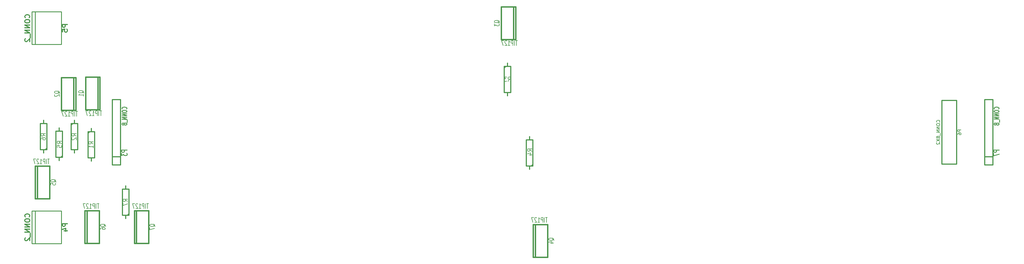
<source format=gbo>
G04 (created by PCBNEW (2013-07-07 BZR 4022)-stable) date 3/3/2015 12:04:11 PM*
%MOIN*%
G04 Gerber Fmt 3.4, Leading zero omitted, Abs format*
%FSLAX34Y34*%
G01*
G70*
G90*
G04 APERTURE LIST*
%ADD10C,0.00590551*%
%ADD11C,0.012*%
%ADD12C,0.01*%
%ADD13C,0.015*%
%ADD14C,0.0107*%
%ADD15C,0.008*%
G04 APERTURE END LIST*
G54D10*
G54D11*
X34976Y-52909D02*
X34976Y-44909D01*
X34976Y-44909D02*
X33976Y-44909D01*
X33976Y-44909D02*
X33976Y-52909D01*
X33976Y-52909D02*
X34976Y-52909D01*
X33976Y-51909D02*
X34976Y-51909D01*
X31393Y-48433D02*
X31393Y-48833D01*
X31393Y-48833D02*
X30993Y-48833D01*
X30993Y-48833D02*
X30993Y-52033D01*
X30993Y-52033D02*
X31793Y-52033D01*
X31793Y-52033D02*
X31793Y-48833D01*
X31793Y-48833D02*
X31393Y-48833D01*
X31193Y-48833D02*
X30993Y-49033D01*
X31393Y-52433D02*
X31393Y-52033D01*
X29330Y-47456D02*
X29330Y-47856D01*
X29330Y-47856D02*
X28930Y-47856D01*
X28930Y-47856D02*
X28930Y-51056D01*
X28930Y-51056D02*
X29730Y-51056D01*
X29730Y-51056D02*
X29730Y-47856D01*
X29730Y-47856D02*
X29330Y-47856D01*
X29130Y-47856D02*
X28930Y-48056D01*
X29330Y-51456D02*
X29330Y-51056D01*
X82251Y-40456D02*
X82251Y-40856D01*
X82251Y-40856D02*
X81851Y-40856D01*
X81851Y-40856D02*
X81851Y-44056D01*
X81851Y-44056D02*
X82651Y-44056D01*
X82651Y-44056D02*
X82651Y-40856D01*
X82651Y-40856D02*
X82251Y-40856D01*
X82051Y-40856D02*
X81851Y-41056D01*
X82251Y-44456D02*
X82251Y-44056D01*
X84976Y-53433D02*
X84976Y-53033D01*
X84976Y-53033D02*
X85376Y-53033D01*
X85376Y-53033D02*
X85376Y-49833D01*
X85376Y-49833D02*
X84576Y-49833D01*
X84576Y-49833D02*
X84576Y-53033D01*
X84576Y-53033D02*
X84976Y-53033D01*
X85176Y-53033D02*
X85376Y-52833D01*
X84976Y-49433D02*
X84976Y-49833D01*
X27476Y-52366D02*
X27476Y-51966D01*
X27476Y-51966D02*
X27876Y-51966D01*
X27876Y-51966D02*
X27876Y-48766D01*
X27876Y-48766D02*
X27076Y-48766D01*
X27076Y-48766D02*
X27076Y-51966D01*
X27076Y-51966D02*
X27476Y-51966D01*
X27676Y-51966D02*
X27876Y-51766D01*
X27476Y-48366D02*
X27476Y-48766D01*
X25562Y-51456D02*
X25562Y-51056D01*
X25562Y-51056D02*
X25962Y-51056D01*
X25962Y-51056D02*
X25962Y-47856D01*
X25962Y-47856D02*
X25162Y-47856D01*
X25162Y-47856D02*
X25162Y-51056D01*
X25162Y-51056D02*
X25562Y-51056D01*
X25762Y-51056D02*
X25962Y-50856D01*
X25562Y-47456D02*
X25562Y-47856D01*
X35600Y-59475D02*
X35600Y-59075D01*
X35600Y-59075D02*
X36000Y-59075D01*
X36000Y-59075D02*
X36000Y-55875D01*
X36000Y-55875D02*
X35200Y-55875D01*
X35200Y-55875D02*
X35200Y-59075D01*
X35200Y-59075D02*
X35600Y-59075D01*
X35800Y-59075D02*
X36000Y-58875D01*
X35600Y-55475D02*
X35600Y-55875D01*
X141582Y-52905D02*
X141582Y-44905D01*
X141582Y-44905D02*
X140582Y-44905D01*
X140582Y-44905D02*
X140582Y-52905D01*
X140582Y-52905D02*
X141582Y-52905D01*
X140582Y-51905D02*
X141582Y-51905D01*
X135348Y-52809D02*
X137148Y-52809D01*
X137148Y-52809D02*
X137148Y-45009D01*
X137148Y-45009D02*
X135348Y-45009D01*
X135348Y-45009D02*
X135348Y-52809D01*
G54D12*
X27425Y-58551D02*
X27725Y-58551D01*
X27725Y-58551D02*
X27725Y-62551D01*
X27725Y-62551D02*
X27425Y-62551D01*
X24125Y-58551D02*
X24125Y-62551D01*
X24125Y-62551D02*
X24525Y-62551D01*
X24525Y-62551D02*
X24525Y-58551D01*
X24525Y-58551D02*
X24125Y-58551D01*
X24425Y-58551D02*
X27425Y-58551D01*
X27425Y-62551D02*
X24425Y-62551D01*
X27425Y-34161D02*
X27725Y-34161D01*
X27725Y-34161D02*
X27725Y-38161D01*
X27725Y-38161D02*
X27425Y-38161D01*
X24125Y-34161D02*
X24125Y-38161D01*
X24125Y-38161D02*
X24525Y-38161D01*
X24525Y-38161D02*
X24525Y-34161D01*
X24525Y-34161D02*
X24125Y-34161D01*
X24425Y-34161D02*
X27425Y-34161D01*
X27425Y-38161D02*
X24425Y-38161D01*
G54D13*
X32190Y-46145D02*
X32440Y-46145D01*
X32440Y-46145D02*
X32440Y-42145D01*
X32440Y-42145D02*
X32190Y-42145D01*
X30690Y-46145D02*
X32190Y-46145D01*
X32190Y-46145D02*
X32190Y-42145D01*
X32190Y-42145D02*
X30690Y-42145D01*
X30690Y-42145D02*
X30690Y-46145D01*
X83001Y-37551D02*
X83251Y-37551D01*
X83251Y-37551D02*
X83251Y-33551D01*
X83251Y-33551D02*
X83001Y-33551D01*
X81501Y-37551D02*
X83001Y-37551D01*
X83001Y-37551D02*
X83001Y-33551D01*
X83001Y-33551D02*
X81501Y-33551D01*
X81501Y-33551D02*
X81501Y-37551D01*
X29238Y-46196D02*
X29488Y-46196D01*
X29488Y-46196D02*
X29488Y-42196D01*
X29488Y-42196D02*
X29238Y-42196D01*
X27738Y-46196D02*
X29238Y-46196D01*
X29238Y-46196D02*
X29238Y-42196D01*
X29238Y-42196D02*
X27738Y-42196D01*
X27738Y-42196D02*
X27738Y-46196D01*
X85650Y-60200D02*
X85400Y-60200D01*
X85400Y-60200D02*
X85400Y-64200D01*
X85400Y-64200D02*
X85650Y-64200D01*
X87150Y-60200D02*
X85650Y-60200D01*
X85650Y-60200D02*
X85650Y-64200D01*
X85650Y-64200D02*
X87150Y-64200D01*
X87150Y-64200D02*
X87150Y-60200D01*
X24793Y-53043D02*
X24543Y-53043D01*
X24543Y-53043D02*
X24543Y-57043D01*
X24543Y-57043D02*
X24793Y-57043D01*
X26293Y-53043D02*
X24793Y-53043D01*
X24793Y-53043D02*
X24793Y-57043D01*
X24793Y-57043D02*
X26293Y-57043D01*
X26293Y-57043D02*
X26293Y-53043D01*
X30850Y-58500D02*
X30600Y-58500D01*
X30600Y-58500D02*
X30600Y-62500D01*
X30600Y-62500D02*
X30850Y-62500D01*
X32350Y-58500D02*
X30850Y-58500D01*
X30850Y-58500D02*
X30850Y-62500D01*
X30850Y-62500D02*
X32350Y-62500D01*
X32350Y-62500D02*
X32350Y-58500D01*
X36900Y-58500D02*
X36650Y-58500D01*
X36650Y-58500D02*
X36650Y-62500D01*
X36650Y-62500D02*
X36900Y-62500D01*
X38400Y-58500D02*
X36900Y-58500D01*
X36900Y-58500D02*
X36900Y-62500D01*
X36900Y-62500D02*
X38400Y-62500D01*
X38400Y-62500D02*
X38400Y-58500D01*
G54D14*
X35752Y-51093D02*
X35071Y-51093D01*
X35071Y-51256D01*
X35103Y-51297D01*
X35135Y-51317D01*
X35200Y-51338D01*
X35298Y-51338D01*
X35362Y-51317D01*
X35395Y-51297D01*
X35427Y-51256D01*
X35427Y-51093D01*
X35071Y-51480D02*
X35071Y-51745D01*
X35330Y-51603D01*
X35330Y-51664D01*
X35362Y-51704D01*
X35395Y-51725D01*
X35460Y-51745D01*
X35622Y-51745D01*
X35687Y-51725D01*
X35719Y-51704D01*
X35752Y-51664D01*
X35752Y-51541D01*
X35719Y-51501D01*
X35687Y-51480D01*
G54D11*
G54D12*
X35662Y-46061D02*
X35690Y-46042D01*
X35719Y-45985D01*
X35719Y-45947D01*
X35690Y-45890D01*
X35633Y-45852D01*
X35576Y-45833D01*
X35462Y-45814D01*
X35376Y-45814D01*
X35262Y-45833D01*
X35204Y-45852D01*
X35147Y-45890D01*
X35119Y-45947D01*
X35119Y-45985D01*
X35147Y-46042D01*
X35176Y-46061D01*
X35119Y-46309D02*
X35119Y-46385D01*
X35147Y-46423D01*
X35204Y-46461D01*
X35319Y-46480D01*
X35519Y-46480D01*
X35633Y-46461D01*
X35690Y-46423D01*
X35719Y-46385D01*
X35719Y-46309D01*
X35690Y-46271D01*
X35633Y-46233D01*
X35519Y-46214D01*
X35319Y-46214D01*
X35204Y-46233D01*
X35147Y-46271D01*
X35119Y-46309D01*
X35719Y-46652D02*
X35119Y-46652D01*
X35719Y-46880D01*
X35119Y-46880D01*
X35719Y-47071D02*
X35119Y-47071D01*
X35719Y-47299D01*
X35119Y-47299D01*
X35776Y-47395D02*
X35776Y-47699D01*
X35376Y-47852D02*
X35347Y-47814D01*
X35319Y-47795D01*
X35262Y-47776D01*
X35233Y-47776D01*
X35176Y-47795D01*
X35147Y-47814D01*
X35119Y-47852D01*
X35119Y-47928D01*
X35147Y-47966D01*
X35176Y-47985D01*
X35233Y-48004D01*
X35262Y-48004D01*
X35319Y-47985D01*
X35347Y-47966D01*
X35376Y-47928D01*
X35376Y-47852D01*
X35404Y-47814D01*
X35433Y-47795D01*
X35490Y-47776D01*
X35604Y-47776D01*
X35662Y-47795D01*
X35690Y-47814D01*
X35719Y-47852D01*
X35719Y-47928D01*
X35690Y-47966D01*
X35662Y-47985D01*
X35604Y-48004D01*
X35490Y-48004D01*
X35433Y-47985D01*
X35404Y-47966D01*
X35376Y-47928D01*
G54D11*
G54D15*
X31616Y-50349D02*
X31354Y-50183D01*
X31616Y-50064D02*
X31066Y-50064D01*
X31066Y-50254D01*
X31092Y-50302D01*
X31118Y-50325D01*
X31171Y-50349D01*
X31249Y-50349D01*
X31302Y-50325D01*
X31328Y-50302D01*
X31354Y-50254D01*
X31354Y-50064D01*
X31616Y-50825D02*
X31616Y-50540D01*
X31616Y-50683D02*
X31066Y-50683D01*
X31144Y-50635D01*
X31197Y-50587D01*
X31223Y-50540D01*
X29553Y-49373D02*
X29291Y-49206D01*
X29553Y-49087D02*
X29003Y-49087D01*
X29003Y-49278D01*
X29029Y-49325D01*
X29055Y-49349D01*
X29108Y-49373D01*
X29186Y-49373D01*
X29239Y-49349D01*
X29265Y-49325D01*
X29291Y-49278D01*
X29291Y-49087D01*
X29055Y-49563D02*
X29029Y-49587D01*
X29003Y-49635D01*
X29003Y-49754D01*
X29029Y-49801D01*
X29055Y-49825D01*
X29108Y-49849D01*
X29160Y-49849D01*
X29239Y-49825D01*
X29553Y-49540D01*
X29553Y-49849D01*
X82335Y-42679D02*
X82501Y-42417D01*
X82621Y-42679D02*
X82621Y-42129D01*
X82430Y-42129D01*
X82382Y-42155D01*
X82359Y-42181D01*
X82335Y-42234D01*
X82335Y-42312D01*
X82359Y-42365D01*
X82382Y-42391D01*
X82430Y-42417D01*
X82621Y-42417D01*
X82168Y-42129D02*
X81859Y-42129D01*
X82025Y-42338D01*
X81954Y-42338D01*
X81906Y-42365D01*
X81882Y-42391D01*
X81859Y-42443D01*
X81859Y-42574D01*
X81882Y-42626D01*
X81906Y-42653D01*
X81954Y-42679D01*
X82097Y-42679D01*
X82144Y-42653D01*
X82168Y-42626D01*
X85265Y-51239D02*
X85004Y-51072D01*
X85265Y-50953D02*
X84715Y-50953D01*
X84715Y-51144D01*
X84742Y-51191D01*
X84768Y-51215D01*
X84820Y-51239D01*
X84899Y-51239D01*
X84951Y-51215D01*
X84977Y-51191D01*
X85004Y-51144D01*
X85004Y-50953D01*
X84899Y-51668D02*
X85265Y-51668D01*
X84689Y-51549D02*
X85082Y-51429D01*
X85082Y-51739D01*
X27767Y-50312D02*
X27505Y-50145D01*
X27767Y-50026D02*
X27217Y-50026D01*
X27217Y-50217D01*
X27244Y-50264D01*
X27270Y-50288D01*
X27322Y-50312D01*
X27401Y-50312D01*
X27453Y-50288D01*
X27479Y-50264D01*
X27505Y-50217D01*
X27505Y-50026D01*
X27217Y-50764D02*
X27217Y-50526D01*
X27479Y-50502D01*
X27453Y-50526D01*
X27427Y-50574D01*
X27427Y-50693D01*
X27453Y-50740D01*
X27479Y-50764D01*
X27532Y-50788D01*
X27663Y-50788D01*
X27715Y-50764D01*
X27741Y-50740D01*
X27767Y-50693D01*
X27767Y-50574D01*
X27741Y-50526D01*
X27715Y-50502D01*
X25785Y-49373D02*
X25523Y-49206D01*
X25785Y-49087D02*
X25235Y-49087D01*
X25235Y-49278D01*
X25261Y-49325D01*
X25287Y-49349D01*
X25340Y-49373D01*
X25418Y-49373D01*
X25471Y-49349D01*
X25497Y-49325D01*
X25523Y-49278D01*
X25523Y-49087D01*
X25235Y-49801D02*
X25235Y-49706D01*
X25261Y-49659D01*
X25287Y-49635D01*
X25366Y-49587D01*
X25471Y-49563D01*
X25680Y-49563D01*
X25733Y-49587D01*
X25759Y-49611D01*
X25785Y-49659D01*
X25785Y-49754D01*
X25759Y-49801D01*
X25733Y-49825D01*
X25680Y-49849D01*
X25549Y-49849D01*
X25497Y-49825D01*
X25471Y-49801D01*
X25445Y-49754D01*
X25445Y-49659D01*
X25471Y-49611D01*
X25497Y-49587D01*
X25549Y-49563D01*
X35822Y-57391D02*
X35560Y-57225D01*
X35822Y-57105D02*
X35272Y-57105D01*
X35272Y-57296D01*
X35298Y-57344D01*
X35325Y-57367D01*
X35377Y-57391D01*
X35455Y-57391D01*
X35508Y-57367D01*
X35534Y-57344D01*
X35560Y-57296D01*
X35560Y-57105D01*
X35272Y-57558D02*
X35272Y-57891D01*
X35822Y-57677D01*
G54D14*
X142358Y-51089D02*
X141677Y-51089D01*
X141677Y-51252D01*
X141709Y-51293D01*
X141742Y-51313D01*
X141807Y-51334D01*
X141904Y-51334D01*
X141969Y-51313D01*
X142001Y-51293D01*
X142034Y-51252D01*
X142034Y-51089D01*
X141677Y-51476D02*
X141677Y-51762D01*
X142358Y-51578D01*
G54D11*
G54D12*
X142268Y-46057D02*
X142296Y-46038D01*
X142325Y-45981D01*
X142325Y-45943D01*
X142296Y-45886D01*
X142239Y-45848D01*
X142182Y-45829D01*
X142068Y-45810D01*
X141982Y-45810D01*
X141868Y-45829D01*
X141811Y-45848D01*
X141754Y-45886D01*
X141725Y-45943D01*
X141725Y-45981D01*
X141754Y-46038D01*
X141782Y-46057D01*
X141725Y-46305D02*
X141725Y-46381D01*
X141754Y-46419D01*
X141811Y-46457D01*
X141925Y-46476D01*
X142125Y-46476D01*
X142239Y-46457D01*
X142296Y-46419D01*
X142325Y-46381D01*
X142325Y-46305D01*
X142296Y-46267D01*
X142239Y-46229D01*
X142125Y-46210D01*
X141925Y-46210D01*
X141811Y-46229D01*
X141754Y-46267D01*
X141725Y-46305D01*
X142325Y-46648D02*
X141725Y-46648D01*
X142325Y-46876D01*
X141725Y-46876D01*
X142325Y-47067D02*
X141725Y-47067D01*
X142325Y-47295D01*
X141725Y-47295D01*
X142382Y-47391D02*
X142382Y-47695D01*
X141982Y-47848D02*
X141954Y-47810D01*
X141925Y-47791D01*
X141868Y-47772D01*
X141839Y-47772D01*
X141782Y-47791D01*
X141754Y-47810D01*
X141725Y-47848D01*
X141725Y-47924D01*
X141754Y-47962D01*
X141782Y-47981D01*
X141839Y-48000D01*
X141868Y-48000D01*
X141925Y-47981D01*
X141954Y-47962D01*
X141982Y-47924D01*
X141982Y-47848D01*
X142011Y-47810D01*
X142039Y-47791D01*
X142096Y-47772D01*
X142211Y-47772D01*
X142268Y-47791D01*
X142296Y-47810D01*
X142325Y-47848D01*
X142325Y-47924D01*
X142296Y-47962D01*
X142268Y-47981D01*
X142211Y-48000D01*
X142096Y-48000D01*
X142039Y-47981D01*
X142011Y-47962D01*
X141982Y-47924D01*
G54D11*
G54D15*
X137709Y-48614D02*
X137309Y-48614D01*
X137309Y-48766D01*
X137328Y-48804D01*
X137348Y-48823D01*
X137386Y-48842D01*
X137443Y-48842D01*
X137481Y-48823D01*
X137500Y-48804D01*
X137519Y-48766D01*
X137519Y-48614D01*
X137309Y-49185D02*
X137309Y-49109D01*
X137328Y-49071D01*
X137348Y-49052D01*
X137405Y-49014D01*
X137481Y-48995D01*
X137633Y-48995D01*
X137671Y-49014D01*
X137690Y-49033D01*
X137709Y-49071D01*
X137709Y-49147D01*
X137690Y-49185D01*
X137671Y-49204D01*
X137633Y-49223D01*
X137538Y-49223D01*
X137500Y-49204D01*
X137481Y-49185D01*
X137462Y-49147D01*
X137462Y-49071D01*
X137481Y-49033D01*
X137500Y-49014D01*
X137538Y-48995D01*
X135071Y-47680D02*
X135090Y-47661D01*
X135109Y-47604D01*
X135109Y-47566D01*
X135090Y-47509D01*
X135052Y-47471D01*
X135014Y-47452D01*
X134938Y-47433D01*
X134881Y-47433D01*
X134805Y-47452D01*
X134767Y-47471D01*
X134728Y-47509D01*
X134709Y-47566D01*
X134709Y-47604D01*
X134728Y-47661D01*
X134748Y-47680D01*
X134709Y-47928D02*
X134709Y-48004D01*
X134728Y-48042D01*
X134767Y-48080D01*
X134843Y-48099D01*
X134976Y-48099D01*
X135052Y-48080D01*
X135090Y-48042D01*
X135109Y-48004D01*
X135109Y-47928D01*
X135090Y-47890D01*
X135052Y-47852D01*
X134976Y-47833D01*
X134843Y-47833D01*
X134767Y-47852D01*
X134728Y-47890D01*
X134709Y-47928D01*
X135109Y-48271D02*
X134709Y-48271D01*
X135109Y-48499D01*
X134709Y-48499D01*
X135109Y-48690D02*
X134709Y-48690D01*
X135109Y-48918D01*
X134709Y-48918D01*
X135148Y-49014D02*
X135148Y-49318D01*
X134881Y-49471D02*
X134862Y-49433D01*
X134843Y-49414D01*
X134805Y-49395D01*
X134786Y-49395D01*
X134748Y-49414D01*
X134728Y-49433D01*
X134709Y-49471D01*
X134709Y-49547D01*
X134728Y-49585D01*
X134748Y-49604D01*
X134786Y-49623D01*
X134805Y-49623D01*
X134843Y-49604D01*
X134862Y-49585D01*
X134881Y-49547D01*
X134881Y-49471D01*
X134900Y-49433D01*
X134919Y-49414D01*
X134957Y-49395D01*
X135033Y-49395D01*
X135071Y-49414D01*
X135090Y-49433D01*
X135109Y-49471D01*
X135109Y-49547D01*
X135090Y-49585D01*
X135071Y-49604D01*
X135033Y-49623D01*
X134957Y-49623D01*
X134919Y-49604D01*
X134900Y-49585D01*
X134881Y-49547D01*
X134709Y-49757D02*
X135109Y-50023D01*
X134709Y-50023D02*
X135109Y-49757D01*
X134748Y-50157D02*
X134728Y-50176D01*
X134709Y-50214D01*
X134709Y-50309D01*
X134728Y-50347D01*
X134748Y-50366D01*
X134786Y-50385D01*
X134824Y-50385D01*
X134881Y-50366D01*
X135109Y-50138D01*
X135109Y-50385D01*
G54D11*
X28468Y-60108D02*
X27868Y-60108D01*
X27868Y-60336D01*
X27896Y-60394D01*
X27925Y-60422D01*
X27982Y-60451D01*
X28068Y-60451D01*
X28125Y-60422D01*
X28153Y-60394D01*
X28182Y-60336D01*
X28182Y-60108D01*
X28068Y-60965D02*
X28468Y-60965D01*
X27839Y-60822D02*
X28268Y-60679D01*
X28268Y-61051D01*
X23810Y-59279D02*
X23839Y-59251D01*
X23868Y-59165D01*
X23868Y-59108D01*
X23839Y-59022D01*
X23782Y-58965D01*
X23725Y-58936D01*
X23610Y-58908D01*
X23525Y-58908D01*
X23410Y-58936D01*
X23353Y-58965D01*
X23296Y-59022D01*
X23268Y-59108D01*
X23268Y-59165D01*
X23296Y-59251D01*
X23325Y-59279D01*
X23268Y-59651D02*
X23268Y-59765D01*
X23296Y-59822D01*
X23353Y-59879D01*
X23468Y-59908D01*
X23668Y-59908D01*
X23782Y-59879D01*
X23839Y-59822D01*
X23868Y-59765D01*
X23868Y-59651D01*
X23839Y-59594D01*
X23782Y-59536D01*
X23668Y-59508D01*
X23468Y-59508D01*
X23353Y-59536D01*
X23296Y-59594D01*
X23268Y-59651D01*
X23868Y-60165D02*
X23268Y-60165D01*
X23868Y-60508D01*
X23268Y-60508D01*
X23868Y-60794D02*
X23268Y-60794D01*
X23868Y-61136D01*
X23268Y-61136D01*
X23925Y-61279D02*
X23925Y-61736D01*
X23325Y-61851D02*
X23296Y-61879D01*
X23268Y-61936D01*
X23268Y-62079D01*
X23296Y-62136D01*
X23325Y-62165D01*
X23382Y-62194D01*
X23439Y-62194D01*
X23525Y-62165D01*
X23868Y-61822D01*
X23868Y-62194D01*
X28468Y-35718D02*
X27868Y-35718D01*
X27868Y-35947D01*
X27896Y-36004D01*
X27925Y-36032D01*
X27982Y-36061D01*
X28068Y-36061D01*
X28125Y-36032D01*
X28153Y-36004D01*
X28182Y-35947D01*
X28182Y-35718D01*
X27868Y-36604D02*
X27868Y-36318D01*
X28153Y-36289D01*
X28125Y-36318D01*
X28096Y-36375D01*
X28096Y-36518D01*
X28125Y-36575D01*
X28153Y-36604D01*
X28210Y-36632D01*
X28353Y-36632D01*
X28410Y-36604D01*
X28439Y-36575D01*
X28468Y-36518D01*
X28468Y-36375D01*
X28439Y-36318D01*
X28410Y-36289D01*
X23810Y-34889D02*
X23839Y-34861D01*
X23868Y-34775D01*
X23868Y-34718D01*
X23839Y-34632D01*
X23782Y-34575D01*
X23725Y-34547D01*
X23610Y-34518D01*
X23525Y-34518D01*
X23410Y-34547D01*
X23353Y-34575D01*
X23296Y-34632D01*
X23268Y-34718D01*
X23268Y-34775D01*
X23296Y-34861D01*
X23325Y-34889D01*
X23268Y-35261D02*
X23268Y-35375D01*
X23296Y-35432D01*
X23353Y-35489D01*
X23468Y-35518D01*
X23668Y-35518D01*
X23782Y-35489D01*
X23839Y-35432D01*
X23868Y-35375D01*
X23868Y-35261D01*
X23839Y-35204D01*
X23782Y-35147D01*
X23668Y-35118D01*
X23468Y-35118D01*
X23353Y-35147D01*
X23296Y-35204D01*
X23268Y-35261D01*
X23868Y-35775D02*
X23268Y-35775D01*
X23868Y-36118D01*
X23268Y-36118D01*
X23868Y-36404D02*
X23268Y-36404D01*
X23868Y-36747D01*
X23268Y-36747D01*
X23925Y-36889D02*
X23925Y-37347D01*
X23325Y-37461D02*
X23296Y-37489D01*
X23268Y-37547D01*
X23268Y-37689D01*
X23296Y-37747D01*
X23325Y-37775D01*
X23382Y-37804D01*
X23439Y-37804D01*
X23525Y-37775D01*
X23868Y-37432D01*
X23868Y-37804D01*
G54D15*
X30490Y-44107D02*
X30462Y-44069D01*
X30405Y-44031D01*
X30319Y-43974D01*
X30290Y-43936D01*
X30290Y-43898D01*
X30433Y-43917D02*
X30405Y-43879D01*
X30348Y-43840D01*
X30233Y-43821D01*
X30033Y-43821D01*
X29919Y-43840D01*
X29862Y-43879D01*
X29833Y-43917D01*
X29833Y-43993D01*
X29862Y-44031D01*
X29919Y-44069D01*
X30033Y-44088D01*
X30233Y-44088D01*
X30348Y-44069D01*
X30405Y-44031D01*
X30433Y-43993D01*
X30433Y-43917D01*
X30433Y-44469D02*
X30433Y-44240D01*
X30433Y-44355D02*
X29833Y-44355D01*
X29919Y-44317D01*
X29976Y-44279D01*
X30005Y-44240D01*
X32671Y-46288D02*
X32443Y-46288D01*
X32557Y-46888D02*
X32557Y-46288D01*
X32309Y-46888D02*
X32309Y-46288D01*
X32119Y-46888D02*
X32119Y-46288D01*
X31967Y-46288D01*
X31929Y-46317D01*
X31909Y-46345D01*
X31890Y-46402D01*
X31890Y-46488D01*
X31909Y-46545D01*
X31929Y-46574D01*
X31967Y-46602D01*
X32119Y-46602D01*
X31509Y-46888D02*
X31738Y-46888D01*
X31624Y-46888D02*
X31624Y-46288D01*
X31662Y-46374D01*
X31700Y-46431D01*
X31738Y-46459D01*
X31357Y-46345D02*
X31338Y-46317D01*
X31300Y-46288D01*
X31205Y-46288D01*
X31167Y-46317D01*
X31148Y-46345D01*
X31129Y-46402D01*
X31129Y-46459D01*
X31148Y-46545D01*
X31376Y-46888D01*
X31129Y-46888D01*
X30995Y-46288D02*
X30729Y-46288D01*
X30900Y-46888D01*
X81301Y-35513D02*
X81273Y-35474D01*
X81216Y-35436D01*
X81130Y-35379D01*
X81101Y-35341D01*
X81101Y-35303D01*
X81244Y-35322D02*
X81216Y-35284D01*
X81159Y-35246D01*
X81044Y-35227D01*
X80844Y-35227D01*
X80730Y-35246D01*
X80673Y-35284D01*
X80644Y-35322D01*
X80644Y-35398D01*
X80673Y-35436D01*
X80730Y-35474D01*
X80844Y-35494D01*
X81044Y-35494D01*
X81159Y-35474D01*
X81216Y-35436D01*
X81244Y-35398D01*
X81244Y-35322D01*
X80644Y-35627D02*
X80644Y-35874D01*
X80873Y-35741D01*
X80873Y-35798D01*
X80901Y-35836D01*
X80930Y-35855D01*
X80987Y-35874D01*
X81130Y-35874D01*
X81187Y-35855D01*
X81216Y-35836D01*
X81244Y-35798D01*
X81244Y-35684D01*
X81216Y-35646D01*
X81187Y-35627D01*
X83482Y-37694D02*
X83254Y-37694D01*
X83368Y-38294D02*
X83368Y-37694D01*
X83121Y-38294D02*
X83121Y-37694D01*
X82930Y-38294D02*
X82930Y-37694D01*
X82778Y-37694D01*
X82740Y-37722D01*
X82721Y-37751D01*
X82701Y-37808D01*
X82701Y-37894D01*
X82721Y-37951D01*
X82740Y-37979D01*
X82778Y-38008D01*
X82930Y-38008D01*
X82321Y-38294D02*
X82549Y-38294D01*
X82435Y-38294D02*
X82435Y-37694D01*
X82473Y-37779D01*
X82511Y-37836D01*
X82549Y-37865D01*
X82168Y-37751D02*
X82149Y-37722D01*
X82111Y-37694D01*
X82016Y-37694D01*
X81978Y-37722D01*
X81959Y-37751D01*
X81940Y-37808D01*
X81940Y-37865D01*
X81959Y-37951D01*
X82187Y-38294D01*
X81940Y-38294D01*
X81806Y-37694D02*
X81540Y-37694D01*
X81711Y-38294D01*
X27538Y-44158D02*
X27509Y-44120D01*
X27452Y-44082D01*
X27366Y-44025D01*
X27338Y-43987D01*
X27338Y-43949D01*
X27481Y-43968D02*
X27452Y-43930D01*
X27395Y-43892D01*
X27281Y-43873D01*
X27081Y-43873D01*
X26966Y-43892D01*
X26909Y-43930D01*
X26881Y-43968D01*
X26881Y-44044D01*
X26909Y-44082D01*
X26966Y-44120D01*
X27081Y-44139D01*
X27281Y-44139D01*
X27395Y-44120D01*
X27452Y-44082D01*
X27481Y-44044D01*
X27481Y-43968D01*
X26938Y-44292D02*
X26909Y-44311D01*
X26881Y-44349D01*
X26881Y-44444D01*
X26909Y-44482D01*
X26938Y-44501D01*
X26995Y-44520D01*
X27052Y-44520D01*
X27138Y-44501D01*
X27481Y-44273D01*
X27481Y-44520D01*
X29719Y-46339D02*
X29490Y-46339D01*
X29604Y-46939D02*
X29604Y-46339D01*
X29357Y-46939D02*
X29357Y-46339D01*
X29166Y-46939D02*
X29166Y-46339D01*
X29014Y-46339D01*
X28976Y-46368D01*
X28957Y-46396D01*
X28938Y-46453D01*
X28938Y-46539D01*
X28957Y-46596D01*
X28976Y-46625D01*
X29014Y-46653D01*
X29166Y-46653D01*
X28557Y-46939D02*
X28785Y-46939D01*
X28671Y-46939D02*
X28671Y-46339D01*
X28709Y-46425D01*
X28747Y-46482D01*
X28785Y-46511D01*
X28404Y-46396D02*
X28385Y-46368D01*
X28347Y-46339D01*
X28252Y-46339D01*
X28214Y-46368D01*
X28195Y-46396D01*
X28176Y-46453D01*
X28176Y-46511D01*
X28195Y-46596D01*
X28423Y-46939D01*
X28176Y-46939D01*
X28042Y-46339D02*
X27776Y-46339D01*
X27947Y-46939D01*
X87950Y-62161D02*
X87921Y-62123D01*
X87864Y-62085D01*
X87778Y-62028D01*
X87750Y-61990D01*
X87750Y-61952D01*
X87892Y-61971D02*
X87864Y-61933D01*
X87807Y-61895D01*
X87692Y-61876D01*
X87492Y-61876D01*
X87378Y-61895D01*
X87321Y-61933D01*
X87292Y-61971D01*
X87292Y-62047D01*
X87321Y-62085D01*
X87378Y-62123D01*
X87492Y-62142D01*
X87692Y-62142D01*
X87807Y-62123D01*
X87864Y-62085D01*
X87892Y-62047D01*
X87892Y-61971D01*
X87492Y-62485D02*
X87892Y-62485D01*
X87264Y-62390D02*
X87692Y-62295D01*
X87692Y-62542D01*
X87130Y-59342D02*
X86902Y-59342D01*
X87016Y-59942D02*
X87016Y-59342D01*
X86769Y-59942D02*
X86769Y-59342D01*
X86578Y-59942D02*
X86578Y-59342D01*
X86426Y-59342D01*
X86388Y-59371D01*
X86369Y-59400D01*
X86350Y-59457D01*
X86350Y-59542D01*
X86369Y-59600D01*
X86388Y-59628D01*
X86426Y-59657D01*
X86578Y-59657D01*
X85969Y-59942D02*
X86197Y-59942D01*
X86083Y-59942D02*
X86083Y-59342D01*
X86121Y-59428D01*
X86159Y-59485D01*
X86197Y-59514D01*
X85816Y-59400D02*
X85797Y-59371D01*
X85759Y-59342D01*
X85664Y-59342D01*
X85626Y-59371D01*
X85607Y-59400D01*
X85588Y-59457D01*
X85588Y-59514D01*
X85607Y-59600D01*
X85835Y-59942D01*
X85588Y-59942D01*
X85454Y-59342D02*
X85188Y-59342D01*
X85359Y-59942D01*
X27093Y-55005D02*
X27064Y-54967D01*
X27007Y-54929D01*
X26921Y-54871D01*
X26893Y-54833D01*
X26893Y-54795D01*
X27036Y-54814D02*
X27007Y-54776D01*
X26950Y-54738D01*
X26836Y-54719D01*
X26636Y-54719D01*
X26521Y-54738D01*
X26464Y-54776D01*
X26436Y-54814D01*
X26436Y-54890D01*
X26464Y-54929D01*
X26521Y-54967D01*
X26636Y-54986D01*
X26836Y-54986D01*
X26950Y-54967D01*
X27007Y-54929D01*
X27036Y-54890D01*
X27036Y-54814D01*
X26436Y-55348D02*
X26436Y-55157D01*
X26721Y-55138D01*
X26693Y-55157D01*
X26664Y-55195D01*
X26664Y-55290D01*
X26693Y-55329D01*
X26721Y-55348D01*
X26779Y-55367D01*
X26921Y-55367D01*
X26979Y-55348D01*
X27007Y-55329D01*
X27036Y-55290D01*
X27036Y-55195D01*
X27007Y-55157D01*
X26979Y-55138D01*
X26274Y-52186D02*
X26045Y-52186D01*
X26159Y-52786D02*
X26159Y-52186D01*
X25912Y-52786D02*
X25912Y-52186D01*
X25721Y-52786D02*
X25721Y-52186D01*
X25569Y-52186D01*
X25531Y-52214D01*
X25512Y-52243D01*
X25493Y-52300D01*
X25493Y-52386D01*
X25512Y-52443D01*
X25531Y-52471D01*
X25569Y-52500D01*
X25721Y-52500D01*
X25112Y-52786D02*
X25340Y-52786D01*
X25226Y-52786D02*
X25226Y-52186D01*
X25264Y-52271D01*
X25302Y-52329D01*
X25340Y-52357D01*
X24959Y-52243D02*
X24940Y-52214D01*
X24902Y-52186D01*
X24807Y-52186D01*
X24769Y-52214D01*
X24750Y-52243D01*
X24731Y-52300D01*
X24731Y-52357D01*
X24750Y-52443D01*
X24979Y-52786D01*
X24731Y-52786D01*
X24598Y-52186D02*
X24331Y-52186D01*
X24502Y-52786D01*
X33150Y-60461D02*
X33121Y-60423D01*
X33064Y-60385D01*
X32978Y-60328D01*
X32950Y-60290D01*
X32950Y-60252D01*
X33092Y-60271D02*
X33064Y-60233D01*
X33007Y-60195D01*
X32892Y-60176D01*
X32692Y-60176D01*
X32578Y-60195D01*
X32521Y-60233D01*
X32492Y-60271D01*
X32492Y-60347D01*
X32521Y-60385D01*
X32578Y-60423D01*
X32692Y-60442D01*
X32892Y-60442D01*
X33007Y-60423D01*
X33064Y-60385D01*
X33092Y-60347D01*
X33092Y-60271D01*
X32492Y-60785D02*
X32492Y-60709D01*
X32521Y-60671D01*
X32550Y-60652D01*
X32635Y-60614D01*
X32750Y-60595D01*
X32978Y-60595D01*
X33035Y-60614D01*
X33064Y-60633D01*
X33092Y-60671D01*
X33092Y-60747D01*
X33064Y-60785D01*
X33035Y-60804D01*
X32978Y-60823D01*
X32835Y-60823D01*
X32778Y-60804D01*
X32750Y-60785D01*
X32721Y-60747D01*
X32721Y-60671D01*
X32750Y-60633D01*
X32778Y-60614D01*
X32835Y-60595D01*
X32330Y-57642D02*
X32102Y-57642D01*
X32216Y-58242D02*
X32216Y-57642D01*
X31969Y-58242D02*
X31969Y-57642D01*
X31778Y-58242D02*
X31778Y-57642D01*
X31626Y-57642D01*
X31588Y-57671D01*
X31569Y-57700D01*
X31550Y-57757D01*
X31550Y-57842D01*
X31569Y-57900D01*
X31588Y-57928D01*
X31626Y-57957D01*
X31778Y-57957D01*
X31169Y-58242D02*
X31397Y-58242D01*
X31283Y-58242D02*
X31283Y-57642D01*
X31321Y-57728D01*
X31359Y-57785D01*
X31397Y-57814D01*
X31016Y-57700D02*
X30997Y-57671D01*
X30959Y-57642D01*
X30864Y-57642D01*
X30826Y-57671D01*
X30807Y-57700D01*
X30788Y-57757D01*
X30788Y-57814D01*
X30807Y-57900D01*
X31035Y-58242D01*
X30788Y-58242D01*
X30654Y-57642D02*
X30388Y-57642D01*
X30559Y-58242D01*
X39200Y-60461D02*
X39171Y-60423D01*
X39114Y-60385D01*
X39028Y-60328D01*
X39000Y-60290D01*
X39000Y-60252D01*
X39142Y-60271D02*
X39114Y-60233D01*
X39057Y-60195D01*
X38942Y-60176D01*
X38742Y-60176D01*
X38628Y-60195D01*
X38571Y-60233D01*
X38542Y-60271D01*
X38542Y-60347D01*
X38571Y-60385D01*
X38628Y-60423D01*
X38742Y-60442D01*
X38942Y-60442D01*
X39057Y-60423D01*
X39114Y-60385D01*
X39142Y-60347D01*
X39142Y-60271D01*
X38542Y-60576D02*
X38542Y-60842D01*
X39142Y-60671D01*
X38380Y-57642D02*
X38152Y-57642D01*
X38266Y-58242D02*
X38266Y-57642D01*
X38019Y-58242D02*
X38019Y-57642D01*
X37828Y-58242D02*
X37828Y-57642D01*
X37676Y-57642D01*
X37638Y-57671D01*
X37619Y-57700D01*
X37600Y-57757D01*
X37600Y-57842D01*
X37619Y-57900D01*
X37638Y-57928D01*
X37676Y-57957D01*
X37828Y-57957D01*
X37219Y-58242D02*
X37447Y-58242D01*
X37333Y-58242D02*
X37333Y-57642D01*
X37371Y-57728D01*
X37409Y-57785D01*
X37447Y-57814D01*
X37066Y-57700D02*
X37047Y-57671D01*
X37009Y-57642D01*
X36914Y-57642D01*
X36876Y-57671D01*
X36857Y-57700D01*
X36838Y-57757D01*
X36838Y-57814D01*
X36857Y-57900D01*
X37085Y-58242D01*
X36838Y-58242D01*
X36704Y-57642D02*
X36438Y-57642D01*
X36609Y-58242D01*
M02*

</source>
